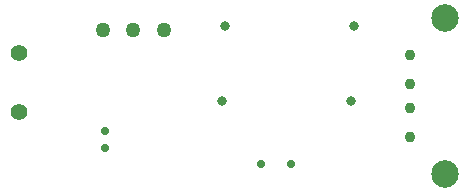
<source format=gbr>
%TF.GenerationSoftware,Altium Limited,Altium Designer,24.5.2 (23)*%
G04 Layer_Color=0*
%FSLAX45Y45*%
%MOMM*%
%TF.SameCoordinates,212D60A0-F292-481F-8A48-AB94694DD674*%
%TF.FilePolarity,Positive*%
%TF.FileFunction,Plated,1,2,PTH,Drill*%
%TF.Part,Single*%
G01*
G75*
%TA.AperFunction,ComponentDrill*%
%ADD42C,0.70000*%
%ADD43C,0.80000*%
%ADD44C,0.70000*%
%ADD45C,1.27000*%
%ADD46C,0.92000*%
%ADD47C,2.33000*%
%ADD48C,1.40000*%
D42*
X5092700Y2844800D02*
D03*
X5346700D02*
D03*
D43*
X4758599Y3378200D02*
D03*
X5858601D02*
D03*
X4783999Y4013200D02*
D03*
X5884001D02*
D03*
D44*
X3773099Y3123001D02*
D03*
Y2972999D02*
D03*
D45*
X4268201Y3975100D02*
D03*
X4013200D02*
D03*
X3758199D02*
D03*
D46*
X6354801Y3766302D02*
D03*
Y3066298D02*
D03*
Y3516300D02*
D03*
Y3316300D02*
D03*
D47*
X6654800Y4073301D02*
D03*
Y2759299D02*
D03*
D48*
X3048000Y3780602D02*
D03*
Y3280598D02*
D03*
%TF.MD5,0ab6ee4cdb5bde9bd907d8c0cd22ae2e*%
M02*

</source>
